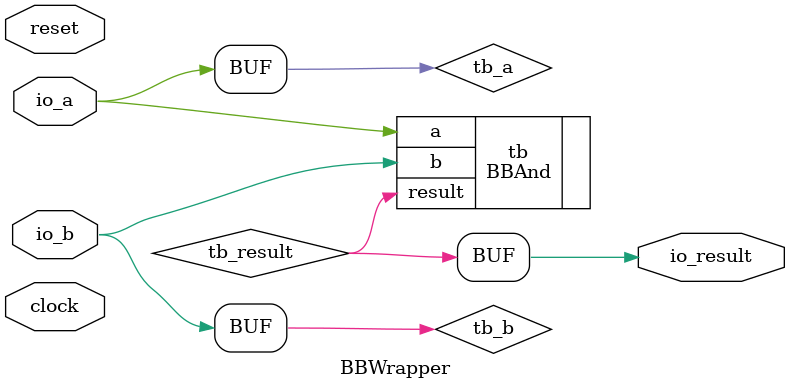
<source format=v>
module BBWrapper(
  input   clock,
  input   reset,
  input   io_a,
  input   io_b,
  output  io_result
);
  wire  tb_result; // @[BlackBoxAnd.scala 27:18]
  wire  tb_b; // @[BlackBoxAnd.scala 27:18]
  wire  tb_a; // @[BlackBoxAnd.scala 27:18]
  BBAnd tb ( // @[BlackBoxAnd.scala 27:18]
    .result(tb_result),
    .b(tb_b),
    .a(tb_a)
  );
  assign io_result = tb_result; // @[BlackBoxAnd.scala 30:13]
  assign tb_b = io_b; // @[BlackBoxAnd.scala 29:11]
  assign tb_a = io_a; // @[BlackBoxAnd.scala 28:11]
endmodule

</source>
